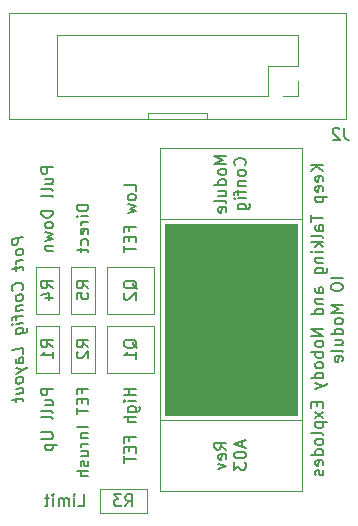
<source format=gbo>
%TF.GenerationSoftware,KiCad,Pcbnew,(5.1.9)-1*%
%TF.CreationDate,2021-06-12T20:34:52+01:00*%
%TF.ProjectId,ModulePullUpDown,4d6f6475-6c65-4507-956c-6c5570446f77,rev?*%
%TF.SameCoordinates,Original*%
%TF.FileFunction,Legend,Bot*%
%TF.FilePolarity,Positive*%
%FSLAX46Y46*%
G04 Gerber Fmt 4.6, Leading zero omitted, Abs format (unit mm)*
G04 Created by KiCad (PCBNEW (5.1.9)-1) date 2021-06-12 20:34:52*
%MOMM*%
%LPD*%
G01*
G04 APERTURE LIST*
%ADD10C,0.150000*%
%ADD11C,0.120000*%
%ADD12C,0.100000*%
%ADD13C,3.200000*%
%ADD14R,1.700000X1.700000*%
%ADD15O,1.700000X1.700000*%
G04 APERTURE END LIST*
D10*
X47327380Y-33880952D02*
X46327380Y-33880952D01*
X47327380Y-34452380D02*
X46755952Y-34023809D01*
X46327380Y-34452380D02*
X46898809Y-33880952D01*
X47279761Y-35261904D02*
X47327380Y-35166666D01*
X47327380Y-34976190D01*
X47279761Y-34880952D01*
X47184523Y-34833333D01*
X46803571Y-34833333D01*
X46708333Y-34880952D01*
X46660714Y-34976190D01*
X46660714Y-35166666D01*
X46708333Y-35261904D01*
X46803571Y-35309523D01*
X46898809Y-35309523D01*
X46994047Y-34833333D01*
X47279761Y-36119047D02*
X47327380Y-36023809D01*
X47327380Y-35833333D01*
X47279761Y-35738095D01*
X47184523Y-35690476D01*
X46803571Y-35690476D01*
X46708333Y-35738095D01*
X46660714Y-35833333D01*
X46660714Y-36023809D01*
X46708333Y-36119047D01*
X46803571Y-36166666D01*
X46898809Y-36166666D01*
X46994047Y-35690476D01*
X46660714Y-36595238D02*
X47660714Y-36595238D01*
X46708333Y-36595238D02*
X46660714Y-36690476D01*
X46660714Y-36880952D01*
X46708333Y-36976190D01*
X46755952Y-37023809D01*
X46851190Y-37071428D01*
X47136904Y-37071428D01*
X47232142Y-37023809D01*
X47279761Y-36976190D01*
X47327380Y-36880952D01*
X47327380Y-36690476D01*
X47279761Y-36595238D01*
X46327380Y-38119047D02*
X46327380Y-38690476D01*
X47327380Y-38404761D02*
X46327380Y-38404761D01*
X47327380Y-39452380D02*
X46803571Y-39452380D01*
X46708333Y-39404761D01*
X46660714Y-39309523D01*
X46660714Y-39119047D01*
X46708333Y-39023809D01*
X47279761Y-39452380D02*
X47327380Y-39357142D01*
X47327380Y-39119047D01*
X47279761Y-39023809D01*
X47184523Y-38976190D01*
X47089285Y-38976190D01*
X46994047Y-39023809D01*
X46946428Y-39119047D01*
X46946428Y-39357142D01*
X46898809Y-39452380D01*
X47327380Y-40071428D02*
X47279761Y-39976190D01*
X47184523Y-39928571D01*
X46327380Y-39928571D01*
X47327380Y-40452380D02*
X46327380Y-40452380D01*
X46946428Y-40547619D02*
X47327380Y-40833333D01*
X46660714Y-40833333D02*
X47041666Y-40452380D01*
X47327380Y-41261904D02*
X46660714Y-41261904D01*
X46327380Y-41261904D02*
X46375000Y-41214285D01*
X46422619Y-41261904D01*
X46375000Y-41309523D01*
X46327380Y-41261904D01*
X46422619Y-41261904D01*
X46660714Y-41738095D02*
X47327380Y-41738095D01*
X46755952Y-41738095D02*
X46708333Y-41785714D01*
X46660714Y-41880952D01*
X46660714Y-42023809D01*
X46708333Y-42119047D01*
X46803571Y-42166666D01*
X47327380Y-42166666D01*
X46660714Y-43071428D02*
X47470238Y-43071428D01*
X47565476Y-43023809D01*
X47613095Y-42976190D01*
X47660714Y-42880952D01*
X47660714Y-42738095D01*
X47613095Y-42642857D01*
X47279761Y-43071428D02*
X47327380Y-42976190D01*
X47327380Y-42785714D01*
X47279761Y-42690476D01*
X47232142Y-42642857D01*
X47136904Y-42595238D01*
X46851190Y-42595238D01*
X46755952Y-42642857D01*
X46708333Y-42690476D01*
X46660714Y-42785714D01*
X46660714Y-42976190D01*
X46708333Y-43071428D01*
X47327380Y-44738095D02*
X46803571Y-44738095D01*
X46708333Y-44690476D01*
X46660714Y-44595238D01*
X46660714Y-44404761D01*
X46708333Y-44309523D01*
X47279761Y-44738095D02*
X47327380Y-44642857D01*
X47327380Y-44404761D01*
X47279761Y-44309523D01*
X47184523Y-44261904D01*
X47089285Y-44261904D01*
X46994047Y-44309523D01*
X46946428Y-44404761D01*
X46946428Y-44642857D01*
X46898809Y-44738095D01*
X46660714Y-45214285D02*
X47327380Y-45214285D01*
X46755952Y-45214285D02*
X46708333Y-45261904D01*
X46660714Y-45357142D01*
X46660714Y-45499999D01*
X46708333Y-45595238D01*
X46803571Y-45642857D01*
X47327380Y-45642857D01*
X47327380Y-46547619D02*
X46327380Y-46547619D01*
X47279761Y-46547619D02*
X47327380Y-46452380D01*
X47327380Y-46261904D01*
X47279761Y-46166666D01*
X47232142Y-46119047D01*
X47136904Y-46071428D01*
X46851190Y-46071428D01*
X46755952Y-46119047D01*
X46708333Y-46166666D01*
X46660714Y-46261904D01*
X46660714Y-46452380D01*
X46708333Y-46547619D01*
X47327380Y-47785714D02*
X46327380Y-47785714D01*
X47327380Y-48357142D01*
X46327380Y-48357142D01*
X47327380Y-48976190D02*
X47279761Y-48880952D01*
X47232142Y-48833333D01*
X47136904Y-48785714D01*
X46851190Y-48785714D01*
X46755952Y-48833333D01*
X46708333Y-48880952D01*
X46660714Y-48976190D01*
X46660714Y-49119047D01*
X46708333Y-49214285D01*
X46755952Y-49261904D01*
X46851190Y-49309523D01*
X47136904Y-49309523D01*
X47232142Y-49261904D01*
X47279761Y-49214285D01*
X47327380Y-49119047D01*
X47327380Y-48976190D01*
X47327380Y-49738095D02*
X46327380Y-49738095D01*
X46708333Y-49738095D02*
X46660714Y-49833333D01*
X46660714Y-50023809D01*
X46708333Y-50119047D01*
X46755952Y-50166666D01*
X46851190Y-50214285D01*
X47136904Y-50214285D01*
X47232142Y-50166666D01*
X47279761Y-50119047D01*
X47327380Y-50023809D01*
X47327380Y-49833333D01*
X47279761Y-49738095D01*
X47327380Y-50785714D02*
X47279761Y-50690476D01*
X47232142Y-50642857D01*
X47136904Y-50595238D01*
X46851190Y-50595238D01*
X46755952Y-50642857D01*
X46708333Y-50690476D01*
X46660714Y-50785714D01*
X46660714Y-50928571D01*
X46708333Y-51023809D01*
X46755952Y-51071428D01*
X46851190Y-51119047D01*
X47136904Y-51119047D01*
X47232142Y-51071428D01*
X47279761Y-51023809D01*
X47327380Y-50928571D01*
X47327380Y-50785714D01*
X47327380Y-51976190D02*
X46327380Y-51976190D01*
X47279761Y-51976190D02*
X47327380Y-51880952D01*
X47327380Y-51690476D01*
X47279761Y-51595238D01*
X47232142Y-51547619D01*
X47136904Y-51499999D01*
X46851190Y-51499999D01*
X46755952Y-51547619D01*
X46708333Y-51595238D01*
X46660714Y-51690476D01*
X46660714Y-51880952D01*
X46708333Y-51976190D01*
X46660714Y-52357142D02*
X47327380Y-52595238D01*
X46660714Y-52833333D02*
X47327380Y-52595238D01*
X47565476Y-52499999D01*
X47613095Y-52452380D01*
X47660714Y-52357142D01*
X46803571Y-53976190D02*
X46803571Y-54309523D01*
X47327380Y-54452380D02*
X47327380Y-53976190D01*
X46327380Y-53976190D01*
X46327380Y-54452380D01*
X47327380Y-54785714D02*
X46660714Y-55309523D01*
X46660714Y-54785714D02*
X47327380Y-55309523D01*
X46660714Y-55690476D02*
X47660714Y-55690476D01*
X46708333Y-55690476D02*
X46660714Y-55785714D01*
X46660714Y-55976190D01*
X46708333Y-56071428D01*
X46755952Y-56119047D01*
X46851190Y-56166666D01*
X47136904Y-56166666D01*
X47232142Y-56119047D01*
X47279761Y-56071428D01*
X47327380Y-55976190D01*
X47327380Y-55785714D01*
X47279761Y-55690476D01*
X47327380Y-56738095D02*
X47279761Y-56642857D01*
X47184523Y-56595238D01*
X46327380Y-56595238D01*
X47327380Y-57261904D02*
X47279761Y-57166666D01*
X47232142Y-57119047D01*
X47136904Y-57071428D01*
X46851190Y-57071428D01*
X46755952Y-57119047D01*
X46708333Y-57166666D01*
X46660714Y-57261904D01*
X46660714Y-57404761D01*
X46708333Y-57499999D01*
X46755952Y-57547619D01*
X46851190Y-57595238D01*
X47136904Y-57595238D01*
X47232142Y-57547619D01*
X47279761Y-57499999D01*
X47327380Y-57404761D01*
X47327380Y-57261904D01*
X47327380Y-58452380D02*
X46327380Y-58452380D01*
X47279761Y-58452380D02*
X47327380Y-58357142D01*
X47327380Y-58166666D01*
X47279761Y-58071428D01*
X47232142Y-58023809D01*
X47136904Y-57976190D01*
X46851190Y-57976190D01*
X46755952Y-58023809D01*
X46708333Y-58071428D01*
X46660714Y-58166666D01*
X46660714Y-58357142D01*
X46708333Y-58452380D01*
X47279761Y-59309523D02*
X47327380Y-59214285D01*
X47327380Y-59023809D01*
X47279761Y-58928571D01*
X47184523Y-58880952D01*
X46803571Y-58880952D01*
X46708333Y-58928571D01*
X46660714Y-59023809D01*
X46660714Y-59214285D01*
X46708333Y-59309523D01*
X46803571Y-59357142D01*
X46898809Y-59357142D01*
X46994047Y-58880952D01*
X47279761Y-59738095D02*
X47327380Y-59833333D01*
X47327380Y-60023809D01*
X47279761Y-60119047D01*
X47184523Y-60166666D01*
X47136904Y-60166666D01*
X47041666Y-60119047D01*
X46994047Y-60023809D01*
X46994047Y-59880952D01*
X46946428Y-59785714D01*
X46851190Y-59738095D01*
X46803571Y-59738095D01*
X46708333Y-59785714D01*
X46660714Y-59880952D01*
X46660714Y-60023809D01*
X46708333Y-60119047D01*
X48977380Y-43476190D02*
X47977380Y-43476190D01*
X47977380Y-44142857D02*
X47977380Y-44333333D01*
X48025000Y-44428571D01*
X48120238Y-44523809D01*
X48310714Y-44571428D01*
X48644047Y-44571428D01*
X48834523Y-44523809D01*
X48929761Y-44428571D01*
X48977380Y-44333333D01*
X48977380Y-44142857D01*
X48929761Y-44047619D01*
X48834523Y-43952380D01*
X48644047Y-43904761D01*
X48310714Y-43904761D01*
X48120238Y-43952380D01*
X48025000Y-44047619D01*
X47977380Y-44142857D01*
X48977380Y-45761904D02*
X47977380Y-45761904D01*
X48691666Y-46095238D01*
X47977380Y-46428571D01*
X48977380Y-46428571D01*
X48977380Y-47047619D02*
X48929761Y-46952380D01*
X48882142Y-46904761D01*
X48786904Y-46857142D01*
X48501190Y-46857142D01*
X48405952Y-46904761D01*
X48358333Y-46952380D01*
X48310714Y-47047619D01*
X48310714Y-47190476D01*
X48358333Y-47285714D01*
X48405952Y-47333333D01*
X48501190Y-47380952D01*
X48786904Y-47380952D01*
X48882142Y-47333333D01*
X48929761Y-47285714D01*
X48977380Y-47190476D01*
X48977380Y-47047619D01*
X48977380Y-48238095D02*
X47977380Y-48238095D01*
X48929761Y-48238095D02*
X48977380Y-48142857D01*
X48977380Y-47952380D01*
X48929761Y-47857142D01*
X48882142Y-47809523D01*
X48786904Y-47761904D01*
X48501190Y-47761904D01*
X48405952Y-47809523D01*
X48358333Y-47857142D01*
X48310714Y-47952380D01*
X48310714Y-48142857D01*
X48358333Y-48238095D01*
X48310714Y-49142857D02*
X48977380Y-49142857D01*
X48310714Y-48714285D02*
X48834523Y-48714285D01*
X48929761Y-48761904D01*
X48977380Y-48857142D01*
X48977380Y-49000000D01*
X48929761Y-49095238D01*
X48882142Y-49142857D01*
X48977380Y-49761904D02*
X48929761Y-49666666D01*
X48834523Y-49619047D01*
X47977380Y-49619047D01*
X48929761Y-50523809D02*
X48977380Y-50428571D01*
X48977380Y-50238095D01*
X48929761Y-50142857D01*
X48834523Y-50095238D01*
X48453571Y-50095238D01*
X48358333Y-50142857D01*
X48310714Y-50238095D01*
X48310714Y-50428571D01*
X48358333Y-50523809D01*
X48453571Y-50571428D01*
X48548809Y-50571428D01*
X48644047Y-50095238D01*
X30573666Y-62798380D02*
X30907000Y-62322190D01*
X31145095Y-62798380D02*
X31145095Y-61798380D01*
X30764142Y-61798380D01*
X30668904Y-61846000D01*
X30621285Y-61893619D01*
X30573666Y-61988857D01*
X30573666Y-62131714D01*
X30621285Y-62226952D01*
X30668904Y-62274571D01*
X30764142Y-62322190D01*
X31145095Y-62322190D01*
X30240333Y-61798380D02*
X29621285Y-61798380D01*
X29954619Y-62179333D01*
X29811761Y-62179333D01*
X29716523Y-62226952D01*
X29668904Y-62274571D01*
X29621285Y-62369809D01*
X29621285Y-62607904D01*
X29668904Y-62703142D01*
X29716523Y-62750761D01*
X29811761Y-62798380D01*
X30097476Y-62798380D01*
X30192714Y-62750761D01*
X30240333Y-62703142D01*
X26595214Y-62798380D02*
X27071404Y-62798380D01*
X27071404Y-61798380D01*
X26261880Y-62798380D02*
X26261880Y-62131714D01*
X26261880Y-61798380D02*
X26309500Y-61846000D01*
X26261880Y-61893619D01*
X26214261Y-61846000D01*
X26261880Y-61798380D01*
X26261880Y-61893619D01*
X25785690Y-62798380D02*
X25785690Y-62131714D01*
X25785690Y-62226952D02*
X25738071Y-62179333D01*
X25642833Y-62131714D01*
X25499976Y-62131714D01*
X25404738Y-62179333D01*
X25357119Y-62274571D01*
X25357119Y-62798380D01*
X25357119Y-62274571D02*
X25309500Y-62179333D01*
X25214261Y-62131714D01*
X25071404Y-62131714D01*
X24976166Y-62179333D01*
X24928547Y-62274571D01*
X24928547Y-62798380D01*
X24452357Y-62798380D02*
X24452357Y-62131714D01*
X24452357Y-61798380D02*
X24499976Y-61846000D01*
X24452357Y-61893619D01*
X24404738Y-61846000D01*
X24452357Y-61798380D01*
X24452357Y-61893619D01*
X24119023Y-62131714D02*
X23738071Y-62131714D01*
X23976166Y-61798380D02*
X23976166Y-62655523D01*
X23928547Y-62750761D01*
X23833309Y-62798380D01*
X23738071Y-62798380D01*
D11*
X32407000Y-63346000D02*
X28407000Y-63346000D01*
X32407000Y-61346000D02*
X32407000Y-63346000D01*
X28407000Y-61346000D02*
X32407000Y-61346000D01*
X28407000Y-63346000D02*
X28407000Y-61346000D01*
D10*
X21952380Y-40019062D02*
X20952380Y-40144062D01*
X20952380Y-40525014D01*
X21000000Y-40614300D01*
X21047619Y-40655967D01*
X21142857Y-40691681D01*
X21285714Y-40673824D01*
X21380952Y-40614300D01*
X21428571Y-40560729D01*
X21476190Y-40459538D01*
X21476190Y-40078586D01*
X21952380Y-41161919D02*
X21904761Y-41072633D01*
X21857142Y-41030967D01*
X21761904Y-40995252D01*
X21476190Y-41030967D01*
X21380952Y-41090491D01*
X21333333Y-41144062D01*
X21285714Y-41245252D01*
X21285714Y-41388110D01*
X21333333Y-41477395D01*
X21380952Y-41519062D01*
X21476190Y-41554776D01*
X21761904Y-41519062D01*
X21857142Y-41459538D01*
X21904761Y-41405967D01*
X21952380Y-41304776D01*
X21952380Y-41161919D01*
X21952380Y-41923824D02*
X21285714Y-42007157D01*
X21476190Y-41983348D02*
X21380952Y-42042872D01*
X21333333Y-42096443D01*
X21285714Y-42197633D01*
X21285714Y-42292872D01*
X21285714Y-42483348D02*
X21285714Y-42864300D01*
X20952380Y-42667872D02*
X21809523Y-42560729D01*
X21904761Y-42596443D01*
X21952380Y-42685729D01*
X21952380Y-42780967D01*
X21857142Y-44459538D02*
X21904761Y-44405967D01*
X21952380Y-44257157D01*
X21952380Y-44161919D01*
X21904761Y-44025014D01*
X21809523Y-43941681D01*
X21714285Y-43905967D01*
X21523809Y-43882157D01*
X21380952Y-43900014D01*
X21190476Y-43971443D01*
X21095238Y-44030967D01*
X21000000Y-44138110D01*
X20952380Y-44286919D01*
X20952380Y-44382157D01*
X21000000Y-44519062D01*
X21047619Y-44560729D01*
X21952380Y-45019062D02*
X21904761Y-44929776D01*
X21857142Y-44888110D01*
X21761904Y-44852395D01*
X21476190Y-44888110D01*
X21380952Y-44947633D01*
X21333333Y-45001205D01*
X21285714Y-45102395D01*
X21285714Y-45245252D01*
X21333333Y-45334538D01*
X21380952Y-45376205D01*
X21476190Y-45411919D01*
X21761904Y-45376205D01*
X21857142Y-45316681D01*
X21904761Y-45263110D01*
X21952380Y-45161919D01*
X21952380Y-45019062D01*
X21285714Y-45864300D02*
X21952380Y-45780967D01*
X21380952Y-45852395D02*
X21333333Y-45905967D01*
X21285714Y-46007157D01*
X21285714Y-46150014D01*
X21333333Y-46239300D01*
X21428571Y-46275014D01*
X21952380Y-46209538D01*
X21285714Y-46626205D02*
X21285714Y-47007157D01*
X21952380Y-46685729D02*
X21095238Y-46792872D01*
X21000000Y-46852395D01*
X20952380Y-46953586D01*
X20952380Y-47048824D01*
X21952380Y-47257157D02*
X21285714Y-47340491D01*
X20952380Y-47382157D02*
X21000000Y-47328586D01*
X21047619Y-47370252D01*
X21000000Y-47423824D01*
X20952380Y-47382157D01*
X21047619Y-47370252D01*
X21285714Y-48245252D02*
X22095238Y-48144062D01*
X22190476Y-48084538D01*
X22238095Y-48030967D01*
X22285714Y-47929776D01*
X22285714Y-47786919D01*
X22238095Y-47697633D01*
X21904761Y-48167872D02*
X21952380Y-48066681D01*
X21952380Y-47876205D01*
X21904761Y-47786919D01*
X21857142Y-47745252D01*
X21761904Y-47709538D01*
X21476190Y-47745252D01*
X21380952Y-47804776D01*
X21333333Y-47858348D01*
X21285714Y-47959538D01*
X21285714Y-48150014D01*
X21333333Y-48239300D01*
X21952380Y-49876205D02*
X21952380Y-49400014D01*
X20952380Y-49525014D01*
X21952380Y-50638110D02*
X21428571Y-50703586D01*
X21333333Y-50667872D01*
X21285714Y-50578586D01*
X21285714Y-50388110D01*
X21333333Y-50286919D01*
X21904761Y-50644062D02*
X21952380Y-50542872D01*
X21952380Y-50304776D01*
X21904761Y-50215491D01*
X21809523Y-50179776D01*
X21714285Y-50191681D01*
X21619047Y-50251205D01*
X21571428Y-50352395D01*
X21571428Y-50590491D01*
X21523809Y-50691681D01*
X21285714Y-51102395D02*
X21952380Y-51257157D01*
X21285714Y-51578586D02*
X21952380Y-51257157D01*
X22190476Y-51132157D01*
X22238095Y-51078586D01*
X22285714Y-50977395D01*
X21952380Y-52019062D02*
X21904761Y-51929776D01*
X21857142Y-51888110D01*
X21761904Y-51852395D01*
X21476190Y-51888110D01*
X21380952Y-51947633D01*
X21333333Y-52001205D01*
X21285714Y-52102395D01*
X21285714Y-52245252D01*
X21333333Y-52334538D01*
X21380952Y-52376205D01*
X21476190Y-52411919D01*
X21761904Y-52376205D01*
X21857142Y-52316681D01*
X21904761Y-52263110D01*
X21952380Y-52161919D01*
X21952380Y-52019062D01*
X21285714Y-53292872D02*
X21952380Y-53209538D01*
X21285714Y-52864300D02*
X21809523Y-52798824D01*
X21904761Y-52834538D01*
X21952380Y-52923824D01*
X21952380Y-53066681D01*
X21904761Y-53167872D01*
X21857142Y-53221443D01*
X21285714Y-53626205D02*
X21285714Y-54007157D01*
X20952380Y-53810729D02*
X21809523Y-53703586D01*
X21904761Y-53739300D01*
X21952380Y-53828586D01*
X21952380Y-53923824D01*
X31452380Y-36069166D02*
X31452380Y-35592976D01*
X30452380Y-35592976D01*
X31452380Y-36545357D02*
X31404761Y-36450119D01*
X31357142Y-36402500D01*
X31261904Y-36354880D01*
X30976190Y-36354880D01*
X30880952Y-36402500D01*
X30833333Y-36450119D01*
X30785714Y-36545357D01*
X30785714Y-36688214D01*
X30833333Y-36783452D01*
X30880952Y-36831071D01*
X30976190Y-36878690D01*
X31261904Y-36878690D01*
X31357142Y-36831071D01*
X31404761Y-36783452D01*
X31452380Y-36688214D01*
X31452380Y-36545357D01*
X30785714Y-37212023D02*
X31452380Y-37402500D01*
X30976190Y-37592976D01*
X31452380Y-37783452D01*
X30785714Y-37973928D01*
X30928571Y-39450119D02*
X30928571Y-39116785D01*
X31452380Y-39116785D02*
X30452380Y-39116785D01*
X30452380Y-39592976D01*
X30928571Y-39973928D02*
X30928571Y-40307261D01*
X31452380Y-40450119D02*
X31452380Y-39973928D01*
X30452380Y-39973928D01*
X30452380Y-40450119D01*
X30452380Y-40735833D02*
X30452380Y-41307261D01*
X31452380Y-41021547D02*
X30452380Y-41021547D01*
X31452380Y-52835595D02*
X30452380Y-52835595D01*
X30928571Y-52835595D02*
X30928571Y-53407023D01*
X31452380Y-53407023D02*
X30452380Y-53407023D01*
X31452380Y-53883214D02*
X30785714Y-53883214D01*
X30452380Y-53883214D02*
X30500000Y-53835595D01*
X30547619Y-53883214D01*
X30500000Y-53930833D01*
X30452380Y-53883214D01*
X30547619Y-53883214D01*
X30785714Y-54787976D02*
X31595238Y-54787976D01*
X31690476Y-54740357D01*
X31738095Y-54692738D01*
X31785714Y-54597500D01*
X31785714Y-54454642D01*
X31738095Y-54359404D01*
X31404761Y-54787976D02*
X31452380Y-54692738D01*
X31452380Y-54502261D01*
X31404761Y-54407023D01*
X31357142Y-54359404D01*
X31261904Y-54311785D01*
X30976190Y-54311785D01*
X30880952Y-54359404D01*
X30833333Y-54407023D01*
X30785714Y-54502261D01*
X30785714Y-54692738D01*
X30833333Y-54787976D01*
X31452380Y-55264166D02*
X30452380Y-55264166D01*
X31452380Y-55692738D02*
X30928571Y-55692738D01*
X30833333Y-55645119D01*
X30785714Y-55549880D01*
X30785714Y-55407023D01*
X30833333Y-55311785D01*
X30880952Y-55264166D01*
X30928571Y-57264166D02*
X30928571Y-56930833D01*
X31452380Y-56930833D02*
X30452380Y-56930833D01*
X30452380Y-57407023D01*
X30928571Y-57787976D02*
X30928571Y-58121309D01*
X31452380Y-58264166D02*
X31452380Y-57787976D01*
X30452380Y-57787976D01*
X30452380Y-58264166D01*
X30452380Y-58549880D02*
X30452380Y-59121309D01*
X31452380Y-58835595D02*
X30452380Y-58835595D01*
X27452380Y-37259642D02*
X26452380Y-37259642D01*
X26452380Y-37497738D01*
X26500000Y-37640595D01*
X26595238Y-37735833D01*
X26690476Y-37783452D01*
X26880952Y-37831071D01*
X27023809Y-37831071D01*
X27214285Y-37783452D01*
X27309523Y-37735833D01*
X27404761Y-37640595D01*
X27452380Y-37497738D01*
X27452380Y-37259642D01*
X27452380Y-38259642D02*
X26785714Y-38259642D01*
X26452380Y-38259642D02*
X26500000Y-38212023D01*
X26547619Y-38259642D01*
X26500000Y-38307261D01*
X26452380Y-38259642D01*
X26547619Y-38259642D01*
X27452380Y-38735833D02*
X26785714Y-38735833D01*
X26976190Y-38735833D02*
X26880952Y-38783452D01*
X26833333Y-38831071D01*
X26785714Y-38926309D01*
X26785714Y-39021547D01*
X27404761Y-39735833D02*
X27452380Y-39640595D01*
X27452380Y-39450119D01*
X27404761Y-39354880D01*
X27309523Y-39307261D01*
X26928571Y-39307261D01*
X26833333Y-39354880D01*
X26785714Y-39450119D01*
X26785714Y-39640595D01*
X26833333Y-39735833D01*
X26928571Y-39783452D01*
X27023809Y-39783452D01*
X27119047Y-39307261D01*
X27404761Y-40640595D02*
X27452380Y-40545357D01*
X27452380Y-40354880D01*
X27404761Y-40259642D01*
X27357142Y-40212023D01*
X27261904Y-40164404D01*
X26976190Y-40164404D01*
X26880952Y-40212023D01*
X26833333Y-40259642D01*
X26785714Y-40354880D01*
X26785714Y-40545357D01*
X26833333Y-40640595D01*
X26785714Y-40926309D02*
X26785714Y-41307261D01*
X26452380Y-41069166D02*
X27309523Y-41069166D01*
X27404761Y-41116785D01*
X27452380Y-41212023D01*
X27452380Y-41307261D01*
X26928571Y-53168928D02*
X26928571Y-52835595D01*
X27452380Y-52835595D02*
X26452380Y-52835595D01*
X26452380Y-53311785D01*
X26928571Y-53692738D02*
X26928571Y-54026071D01*
X27452380Y-54168928D02*
X27452380Y-53692738D01*
X26452380Y-53692738D01*
X26452380Y-54168928D01*
X26452380Y-54454642D02*
X26452380Y-55026071D01*
X27452380Y-54740357D02*
X26452380Y-54740357D01*
X27452380Y-56121309D02*
X26452380Y-56121309D01*
X26785714Y-56597500D02*
X27452380Y-56597500D01*
X26880952Y-56597500D02*
X26833333Y-56645119D01*
X26785714Y-56740357D01*
X26785714Y-56883214D01*
X26833333Y-56978452D01*
X26928571Y-57026071D01*
X27452380Y-57026071D01*
X27452380Y-57502261D02*
X26785714Y-57502261D01*
X26976190Y-57502261D02*
X26880952Y-57549880D01*
X26833333Y-57597500D01*
X26785714Y-57692738D01*
X26785714Y-57787976D01*
X26785714Y-58549880D02*
X27452380Y-58549880D01*
X26785714Y-58121309D02*
X27309523Y-58121309D01*
X27404761Y-58168928D01*
X27452380Y-58264166D01*
X27452380Y-58407023D01*
X27404761Y-58502261D01*
X27357142Y-58549880D01*
X27404761Y-58978452D02*
X27452380Y-59073690D01*
X27452380Y-59264166D01*
X27404761Y-59359404D01*
X27309523Y-59407023D01*
X27261904Y-59407023D01*
X27166666Y-59359404D01*
X27119047Y-59264166D01*
X27119047Y-59121309D01*
X27071428Y-59026071D01*
X26976190Y-58978452D01*
X26928571Y-58978452D01*
X26833333Y-59026071D01*
X26785714Y-59121309D01*
X26785714Y-59264166D01*
X26833333Y-59359404D01*
X27452380Y-59835595D02*
X26452380Y-59835595D01*
X27452380Y-60264166D02*
X26928571Y-60264166D01*
X26833333Y-60216547D01*
X26785714Y-60121309D01*
X26785714Y-59978452D01*
X26833333Y-59883214D01*
X26880952Y-59835595D01*
X24452380Y-34069166D02*
X23452380Y-34069166D01*
X23452380Y-34450119D01*
X23500000Y-34545357D01*
X23547619Y-34592976D01*
X23642857Y-34640595D01*
X23785714Y-34640595D01*
X23880952Y-34592976D01*
X23928571Y-34545357D01*
X23976190Y-34450119D01*
X23976190Y-34069166D01*
X23785714Y-35497738D02*
X24452380Y-35497738D01*
X23785714Y-35069166D02*
X24309523Y-35069166D01*
X24404761Y-35116785D01*
X24452380Y-35212023D01*
X24452380Y-35354880D01*
X24404761Y-35450119D01*
X24357142Y-35497738D01*
X24452380Y-36116785D02*
X24404761Y-36021547D01*
X24309523Y-35973928D01*
X23452380Y-35973928D01*
X24452380Y-36640595D02*
X24404761Y-36545357D01*
X24309523Y-36497738D01*
X23452380Y-36497738D01*
X24452380Y-37783452D02*
X23452380Y-37783452D01*
X23452380Y-38021547D01*
X23500000Y-38164404D01*
X23595238Y-38259642D01*
X23690476Y-38307261D01*
X23880952Y-38354880D01*
X24023809Y-38354880D01*
X24214285Y-38307261D01*
X24309523Y-38259642D01*
X24404761Y-38164404D01*
X24452380Y-38021547D01*
X24452380Y-37783452D01*
X24452380Y-38926309D02*
X24404761Y-38831071D01*
X24357142Y-38783452D01*
X24261904Y-38735833D01*
X23976190Y-38735833D01*
X23880952Y-38783452D01*
X23833333Y-38831071D01*
X23785714Y-38926309D01*
X23785714Y-39069166D01*
X23833333Y-39164404D01*
X23880952Y-39212023D01*
X23976190Y-39259642D01*
X24261904Y-39259642D01*
X24357142Y-39212023D01*
X24404761Y-39164404D01*
X24452380Y-39069166D01*
X24452380Y-38926309D01*
X23785714Y-39592976D02*
X24452380Y-39783452D01*
X23976190Y-39973928D01*
X24452380Y-40164404D01*
X23785714Y-40354880D01*
X23785714Y-40735833D02*
X24452380Y-40735833D01*
X23880952Y-40735833D02*
X23833333Y-40783452D01*
X23785714Y-40878690D01*
X23785714Y-41021547D01*
X23833333Y-41116785D01*
X23928571Y-41164404D01*
X24452380Y-41164404D01*
X24452380Y-52835595D02*
X23452380Y-52835595D01*
X23452380Y-53216547D01*
X23500000Y-53311785D01*
X23547619Y-53359404D01*
X23642857Y-53407023D01*
X23785714Y-53407023D01*
X23880952Y-53359404D01*
X23928571Y-53311785D01*
X23976190Y-53216547D01*
X23976190Y-52835595D01*
X23785714Y-54264166D02*
X24452380Y-54264166D01*
X23785714Y-53835595D02*
X24309523Y-53835595D01*
X24404761Y-53883214D01*
X24452380Y-53978452D01*
X24452380Y-54121309D01*
X24404761Y-54216547D01*
X24357142Y-54264166D01*
X24452380Y-54883214D02*
X24404761Y-54787976D01*
X24309523Y-54740357D01*
X23452380Y-54740357D01*
X24452380Y-55407023D02*
X24404761Y-55311785D01*
X24309523Y-55264166D01*
X23452380Y-55264166D01*
X23452380Y-56549880D02*
X24261904Y-56549880D01*
X24357142Y-56597500D01*
X24404761Y-56645119D01*
X24452380Y-56740357D01*
X24452380Y-56930833D01*
X24404761Y-57026071D01*
X24357142Y-57073690D01*
X24261904Y-57121309D01*
X23452380Y-57121309D01*
X23785714Y-57597500D02*
X24785714Y-57597500D01*
X23833333Y-57597500D02*
X23785714Y-57692738D01*
X23785714Y-57883214D01*
X23833333Y-57978452D01*
X23880952Y-58026071D01*
X23976190Y-58073690D01*
X24261904Y-58073690D01*
X24357142Y-58026071D01*
X24404761Y-57978452D01*
X24452380Y-57883214D01*
X24452380Y-57692738D01*
X24404761Y-57597500D01*
X31547619Y-49404761D02*
X31500000Y-49309523D01*
X31404761Y-49214285D01*
X31261904Y-49071428D01*
X31214285Y-48976190D01*
X31214285Y-48880952D01*
X31452380Y-48928571D02*
X31404761Y-48833333D01*
X31309523Y-48738095D01*
X31119047Y-48690476D01*
X30785714Y-48690476D01*
X30595238Y-48738095D01*
X30500000Y-48833333D01*
X30452380Y-48928571D01*
X30452380Y-49119047D01*
X30500000Y-49214285D01*
X30595238Y-49309523D01*
X30785714Y-49357142D01*
X31119047Y-49357142D01*
X31309523Y-49309523D01*
X31404761Y-49214285D01*
X31452380Y-49119047D01*
X31452380Y-48928571D01*
X31452380Y-50309523D02*
X31452380Y-49738095D01*
X31452380Y-50023809D02*
X30452380Y-50023809D01*
X30595238Y-49928571D01*
X30690476Y-49833333D01*
X30738095Y-49738095D01*
X31547619Y-44404761D02*
X31500000Y-44309523D01*
X31404761Y-44214285D01*
X31261904Y-44071428D01*
X31214285Y-43976190D01*
X31214285Y-43880952D01*
X31452380Y-43928571D02*
X31404761Y-43833333D01*
X31309523Y-43738095D01*
X31119047Y-43690476D01*
X30785714Y-43690476D01*
X30595238Y-43738095D01*
X30500000Y-43833333D01*
X30452380Y-43928571D01*
X30452380Y-44119047D01*
X30500000Y-44214285D01*
X30595238Y-44309523D01*
X30785714Y-44357142D01*
X31119047Y-44357142D01*
X31309523Y-44309523D01*
X31404761Y-44214285D01*
X31452380Y-44119047D01*
X31452380Y-43928571D01*
X30547619Y-44738095D02*
X30500000Y-44785714D01*
X30452380Y-44880952D01*
X30452380Y-45119047D01*
X30500000Y-45214285D01*
X30547619Y-45261904D01*
X30642857Y-45309523D01*
X30738095Y-45309523D01*
X30880952Y-45261904D01*
X31452380Y-44690476D01*
X31452380Y-45309523D01*
X27452380Y-44333333D02*
X26976190Y-44000000D01*
X27452380Y-43761904D02*
X26452380Y-43761904D01*
X26452380Y-44142857D01*
X26500000Y-44238095D01*
X26547619Y-44285714D01*
X26642857Y-44333333D01*
X26785714Y-44333333D01*
X26880952Y-44285714D01*
X26928571Y-44238095D01*
X26976190Y-44142857D01*
X26976190Y-43761904D01*
X26452380Y-45238095D02*
X26452380Y-44761904D01*
X26928571Y-44714285D01*
X26880952Y-44761904D01*
X26833333Y-44857142D01*
X26833333Y-45095238D01*
X26880952Y-45190476D01*
X26928571Y-45238095D01*
X27023809Y-45285714D01*
X27261904Y-45285714D01*
X27357142Y-45238095D01*
X27404761Y-45190476D01*
X27452380Y-45095238D01*
X27452380Y-44857142D01*
X27404761Y-44761904D01*
X27357142Y-44714285D01*
X27452380Y-49333333D02*
X26976190Y-49000000D01*
X27452380Y-48761904D02*
X26452380Y-48761904D01*
X26452380Y-49142857D01*
X26500000Y-49238095D01*
X26547619Y-49285714D01*
X26642857Y-49333333D01*
X26785714Y-49333333D01*
X26880952Y-49285714D01*
X26928571Y-49238095D01*
X26976190Y-49142857D01*
X26976190Y-48761904D01*
X26547619Y-49714285D02*
X26500000Y-49761904D01*
X26452380Y-49857142D01*
X26452380Y-50095238D01*
X26500000Y-50190476D01*
X26547619Y-50238095D01*
X26642857Y-50285714D01*
X26738095Y-50285714D01*
X26880952Y-50238095D01*
X27452380Y-49666666D01*
X27452380Y-50285714D01*
X24452380Y-49333333D02*
X23976190Y-49000000D01*
X24452380Y-48761904D02*
X23452380Y-48761904D01*
X23452380Y-49142857D01*
X23500000Y-49238095D01*
X23547619Y-49285714D01*
X23642857Y-49333333D01*
X23785714Y-49333333D01*
X23880952Y-49285714D01*
X23928571Y-49238095D01*
X23976190Y-49142857D01*
X23976190Y-48761904D01*
X24452380Y-50285714D02*
X24452380Y-49714285D01*
X24452380Y-50000000D02*
X23452380Y-50000000D01*
X23595238Y-49904761D01*
X23690476Y-49809523D01*
X23738095Y-49714285D01*
X24452380Y-44333333D02*
X23976190Y-44000000D01*
X24452380Y-43761904D02*
X23452380Y-43761904D01*
X23452380Y-44142857D01*
X23500000Y-44238095D01*
X23547619Y-44285714D01*
X23642857Y-44333333D01*
X23785714Y-44333333D01*
X23880952Y-44285714D01*
X23928571Y-44238095D01*
X23976190Y-44142857D01*
X23976190Y-43761904D01*
X23785714Y-45190476D02*
X24452380Y-45190476D01*
X23404761Y-44952380D02*
X24119047Y-44714285D01*
X24119047Y-45333333D01*
D11*
X33000000Y-42500000D02*
X33000000Y-46500000D01*
X33000000Y-46500000D02*
X29000000Y-46500000D01*
X29000000Y-42500000D02*
X33000000Y-42500000D01*
X29000000Y-46500000D02*
X29000000Y-42500000D01*
X33000000Y-47500000D02*
X33000000Y-51500000D01*
X33000000Y-51500000D02*
X29000000Y-51500000D01*
X29000000Y-47500000D02*
X33000000Y-47500000D01*
X29000000Y-51500000D02*
X29000000Y-47500000D01*
X28000000Y-42500000D02*
X28000000Y-46500000D01*
X28000000Y-46500000D02*
X26000000Y-46500000D01*
X26000000Y-42500000D02*
X28000000Y-42500000D01*
X26000000Y-46500000D02*
X26000000Y-42500000D01*
X28000000Y-47500000D02*
X28000000Y-51500000D01*
X28000000Y-51500000D02*
X26000000Y-51500000D01*
X26000000Y-47500000D02*
X28000000Y-47500000D01*
X26000000Y-51500000D02*
X26000000Y-47500000D01*
X25000000Y-42500000D02*
X25000000Y-46500000D01*
X25000000Y-46500000D02*
X23000000Y-46500000D01*
X23000000Y-42500000D02*
X25000000Y-42500000D01*
X23000000Y-46500000D02*
X23000000Y-42500000D01*
X25000000Y-51500000D02*
X23000000Y-51500000D01*
X25000000Y-47500000D02*
X25000000Y-51500000D01*
X23000000Y-47500000D02*
X25000000Y-47500000D01*
X23000000Y-51500000D02*
X23000000Y-47500000D01*
X45500000Y-32500000D02*
X45500000Y-61500000D01*
X45500000Y-61500000D02*
X33500000Y-61500000D01*
X33500000Y-61500000D02*
X33500000Y-32500000D01*
D12*
G36*
X45100000Y-55100000D02*
G01*
X33900000Y-55100000D01*
X33900000Y-38900000D01*
X45100000Y-38900000D01*
X45100000Y-55100000D01*
G37*
X45100000Y-55100000D02*
X33900000Y-55100000D01*
X33900000Y-38900000D01*
X45100000Y-38900000D01*
X45100000Y-55100000D01*
D11*
X33500000Y-32500000D02*
X45500000Y-32500000D01*
X33500000Y-38500000D02*
X45500000Y-38500000D01*
D10*
X39127380Y-58000000D02*
X38651190Y-57666666D01*
X39127380Y-57428571D02*
X38127380Y-57428571D01*
X38127380Y-57809523D01*
X38175000Y-57904761D01*
X38222619Y-57952380D01*
X38317857Y-58000000D01*
X38460714Y-58000000D01*
X38555952Y-57952380D01*
X38603571Y-57904761D01*
X38651190Y-57809523D01*
X38651190Y-57428571D01*
X39079761Y-58809523D02*
X39127380Y-58714285D01*
X39127380Y-58523809D01*
X39079761Y-58428571D01*
X38984523Y-58380952D01*
X38603571Y-58380952D01*
X38508333Y-58428571D01*
X38460714Y-58523809D01*
X38460714Y-58714285D01*
X38508333Y-58809523D01*
X38603571Y-58857142D01*
X38698809Y-58857142D01*
X38794047Y-58380952D01*
X38460714Y-59190476D02*
X39127380Y-59428571D01*
X38460714Y-59666666D01*
X40491666Y-57309523D02*
X40491666Y-57785714D01*
X40777380Y-57214285D02*
X39777380Y-57547619D01*
X40777380Y-57880952D01*
X39777380Y-58404761D02*
X39777380Y-58500000D01*
X39825000Y-58595238D01*
X39872619Y-58642857D01*
X39967857Y-58690476D01*
X40158333Y-58738095D01*
X40396428Y-58738095D01*
X40586904Y-58690476D01*
X40682142Y-58642857D01*
X40729761Y-58595238D01*
X40777380Y-58500000D01*
X40777380Y-58404761D01*
X40729761Y-58309523D01*
X40682142Y-58261904D01*
X40586904Y-58214285D01*
X40396428Y-58166666D01*
X40158333Y-58166666D01*
X39967857Y-58214285D01*
X39872619Y-58261904D01*
X39825000Y-58309523D01*
X39777380Y-58404761D01*
X39777380Y-59071428D02*
X39777380Y-59690476D01*
X40158333Y-59357142D01*
X40158333Y-59500000D01*
X40205952Y-59595238D01*
X40253571Y-59642857D01*
X40348809Y-59690476D01*
X40586904Y-59690476D01*
X40682142Y-59642857D01*
X40729761Y-59595238D01*
X40777380Y-59500000D01*
X40777380Y-59214285D01*
X40729761Y-59119047D01*
X40682142Y-59071428D01*
X39127380Y-33119047D02*
X38127380Y-33119047D01*
X38841666Y-33452380D01*
X38127380Y-33785714D01*
X39127380Y-33785714D01*
X39127380Y-34404761D02*
X39079761Y-34309523D01*
X39032142Y-34261904D01*
X38936904Y-34214285D01*
X38651190Y-34214285D01*
X38555952Y-34261904D01*
X38508333Y-34309523D01*
X38460714Y-34404761D01*
X38460714Y-34547619D01*
X38508333Y-34642857D01*
X38555952Y-34690476D01*
X38651190Y-34738095D01*
X38936904Y-34738095D01*
X39032142Y-34690476D01*
X39079761Y-34642857D01*
X39127380Y-34547619D01*
X39127380Y-34404761D01*
X39127380Y-35595238D02*
X38127380Y-35595238D01*
X39079761Y-35595238D02*
X39127380Y-35500000D01*
X39127380Y-35309523D01*
X39079761Y-35214285D01*
X39032142Y-35166666D01*
X38936904Y-35119047D01*
X38651190Y-35119047D01*
X38555952Y-35166666D01*
X38508333Y-35214285D01*
X38460714Y-35309523D01*
X38460714Y-35500000D01*
X38508333Y-35595238D01*
X38460714Y-36500000D02*
X39127380Y-36500000D01*
X38460714Y-36071428D02*
X38984523Y-36071428D01*
X39079761Y-36119047D01*
X39127380Y-36214285D01*
X39127380Y-36357142D01*
X39079761Y-36452380D01*
X39032142Y-36500000D01*
X39127380Y-37119047D02*
X39079761Y-37023809D01*
X38984523Y-36976190D01*
X38127380Y-36976190D01*
X39079761Y-37880952D02*
X39127380Y-37785714D01*
X39127380Y-37595238D01*
X39079761Y-37500000D01*
X38984523Y-37452380D01*
X38603571Y-37452380D01*
X38508333Y-37500000D01*
X38460714Y-37595238D01*
X38460714Y-37785714D01*
X38508333Y-37880952D01*
X38603571Y-37928571D01*
X38698809Y-37928571D01*
X38794047Y-37452380D01*
X40682142Y-33928571D02*
X40729761Y-33880952D01*
X40777380Y-33738095D01*
X40777380Y-33642857D01*
X40729761Y-33500000D01*
X40634523Y-33404761D01*
X40539285Y-33357142D01*
X40348809Y-33309523D01*
X40205952Y-33309523D01*
X40015476Y-33357142D01*
X39920238Y-33404761D01*
X39825000Y-33500000D01*
X39777380Y-33642857D01*
X39777380Y-33738095D01*
X39825000Y-33880952D01*
X39872619Y-33928571D01*
X40777380Y-34500000D02*
X40729761Y-34404761D01*
X40682142Y-34357142D01*
X40586904Y-34309523D01*
X40301190Y-34309523D01*
X40205952Y-34357142D01*
X40158333Y-34404761D01*
X40110714Y-34500000D01*
X40110714Y-34642857D01*
X40158333Y-34738095D01*
X40205952Y-34785714D01*
X40301190Y-34833333D01*
X40586904Y-34833333D01*
X40682142Y-34785714D01*
X40729761Y-34738095D01*
X40777380Y-34642857D01*
X40777380Y-34500000D01*
X40110714Y-35261904D02*
X40777380Y-35261904D01*
X40205952Y-35261904D02*
X40158333Y-35309523D01*
X40110714Y-35404761D01*
X40110714Y-35547619D01*
X40158333Y-35642857D01*
X40253571Y-35690476D01*
X40777380Y-35690476D01*
X40110714Y-36023809D02*
X40110714Y-36404761D01*
X40777380Y-36166666D02*
X39920238Y-36166666D01*
X39825000Y-36214285D01*
X39777380Y-36309523D01*
X39777380Y-36404761D01*
X40777380Y-36738095D02*
X40110714Y-36738095D01*
X39777380Y-36738095D02*
X39825000Y-36690476D01*
X39872619Y-36738095D01*
X39825000Y-36785714D01*
X39777380Y-36738095D01*
X39872619Y-36738095D01*
X40110714Y-37642857D02*
X40920238Y-37642857D01*
X41015476Y-37595238D01*
X41063095Y-37547619D01*
X41110714Y-37452380D01*
X41110714Y-37309523D01*
X41063095Y-37214285D01*
X40729761Y-37642857D02*
X40777380Y-37547619D01*
X40777380Y-37357142D01*
X40729761Y-37261904D01*
X40682142Y-37214285D01*
X40586904Y-37166666D01*
X40301190Y-37166666D01*
X40205952Y-37214285D01*
X40158333Y-37261904D01*
X40110714Y-37357142D01*
X40110714Y-37547619D01*
X40158333Y-37642857D01*
D11*
X33500000Y-55500000D02*
X45500000Y-55500000D01*
%TO.C,J2*%
X32500000Y-29500000D02*
X32500000Y-30000000D01*
X37500000Y-29500000D02*
X32500000Y-29500000D01*
X37500000Y-30000000D02*
X37500000Y-29500000D01*
X20750000Y-30000000D02*
X35000000Y-30000000D01*
X20750000Y-21000000D02*
X20750000Y-30000000D01*
X49250000Y-21000000D02*
X20750000Y-21000000D01*
X49250000Y-30000000D02*
X49250000Y-21000000D01*
X35000000Y-30000000D02*
X49250000Y-30000000D01*
X45220000Y-28100000D02*
X45220000Y-26770000D01*
X43890000Y-28100000D02*
X45220000Y-28100000D01*
X45220000Y-25500000D02*
X45220000Y-22900000D01*
X42620000Y-25500000D02*
X45220000Y-25500000D01*
X42620000Y-28100000D02*
X42620000Y-25500000D01*
X45220000Y-22900000D02*
X24780000Y-22900000D01*
X42620000Y-28100000D02*
X24780000Y-28100000D01*
X24780000Y-28100000D02*
X24780000Y-22900000D01*
D10*
X49133333Y-30752380D02*
X49133333Y-31466666D01*
X49180952Y-31609523D01*
X49276190Y-31704761D01*
X49419047Y-31752380D01*
X49514285Y-31752380D01*
X48704761Y-30847619D02*
X48657142Y-30800000D01*
X48561904Y-30752380D01*
X48323809Y-30752380D01*
X48228571Y-30800000D01*
X48180952Y-30847619D01*
X48133333Y-30942857D01*
X48133333Y-31038095D01*
X48180952Y-31180952D01*
X48752380Y-31752380D01*
X48133333Y-31752380D01*
%TD*%
%LPC*%
D13*
%TO.C,REF\u002A\u002A*%
X35000000Y-75500000D03*
%TD*%
D14*
%TO.C,J1*%
X26110000Y-67770000D03*
D15*
X26110000Y-65230000D03*
X28650000Y-67770000D03*
X28650000Y-65230000D03*
X31190000Y-67770000D03*
X31190000Y-65230000D03*
X33730000Y-67770000D03*
X33730000Y-65230000D03*
X36270000Y-67770000D03*
X36270000Y-65230000D03*
X38810000Y-67770000D03*
X38810000Y-65230000D03*
X41350000Y-67770000D03*
X41350000Y-65230000D03*
X43890000Y-67770000D03*
X43890000Y-65230000D03*
%TD*%
D14*
%TO.C,J2*%
X43890000Y-26770000D03*
D15*
X43890000Y-24230000D03*
X41350000Y-26770000D03*
X41350000Y-24230000D03*
X38810000Y-26770000D03*
X38810000Y-24230000D03*
X36270000Y-26770000D03*
X36270000Y-24230000D03*
X33730000Y-26770000D03*
X33730000Y-24230000D03*
X31190000Y-26770000D03*
X31190000Y-24230000D03*
X28650000Y-26770000D03*
X28650000Y-24230000D03*
X26110000Y-26770000D03*
X26110000Y-24230000D03*
%TD*%
M02*

</source>
